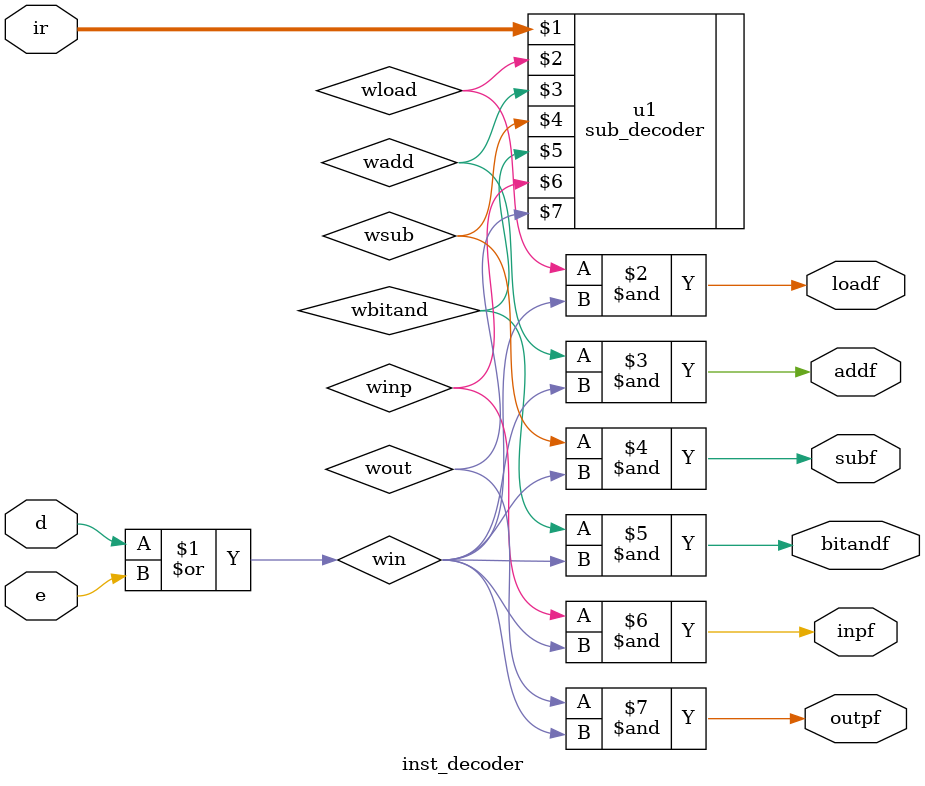
<source format=v>
`timescale 1ns / 1ps
module inst_decoder(
    input [7:0] ir,
    input d,
    input e,
    output loadf,
    output addf,
    output subf,
    output bitandf,
    output inpf,
    output outpf
    );
	 
	 wire wload,wadd,wsub,wbitand,winp,wout;
	 wire win;
	 sub_decoder u1(ir[7:0],wload,wadd,wsub,wbitand,winp,wout);
	 or(win,d,e);
	 and(loadf,wload,win);
	 and(addf,wadd,win);
	 and(subf,wsub,win);
	 and(bitandf,wbitand,win);
	 and(inpf,winp,win);
	 and(outpf,wout,win);
	 
endmodule

</source>
